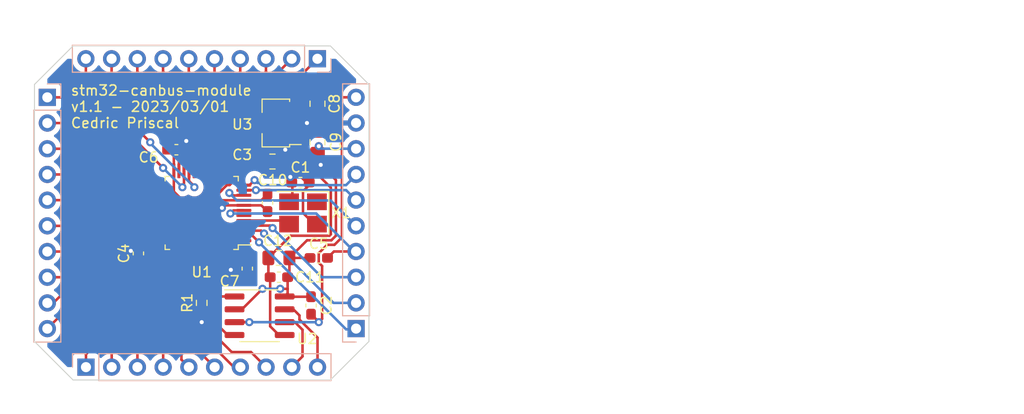
<source format=kicad_pcb>
(kicad_pcb (version 20211014) (generator pcbnew)
  (layers (0 "F.Cu" signal) (31 "B.Cu" signal) (34 "B.Paste" user) (35 "F.Paste" user) (36 "B.SilkS" user "B.Silkscreen") (37 "F.SilkS" user "F.Silkscreen") (38 "B.Mask" user) (39 "F.Mask" user) (44 "Edge.Cuts" user))
  (net 0 "")
  (net 1 "GND")
  (net 2 "3V3")
  (net 3 "~{RESET}")
  (net 4 "5V")
  (net 5 "PA3")
  (net 6 "PA4")
  (net 7 "PA5")
  (net 8 "PA6")
  (net 9 "PA7")
  (net 10 "PB0")
  (net 11 "PB1")
  (net 12 "PB2")
  (net 13 "PB10")
  (net 14 "PB11")
  (net 15 "PB12")
  (net 16 "PB13")
  (net 17 "PB14")
  (net 18 "PB15")
  (net 19 "PA8")
  (net 20 "PA9")
  (net 21 "PA10")
  (net 22 "PA11")
  (net 23 "PA12")
  (net 24 "SWDIO")
  (net 25 "SWCLK")
  (net 26 "PA15")
  (net 27 "PB3")
  (net 28 "PB4")
  (net 29 "PB5")
  (net 30 "PB6")
  (net 31 "PB7")
  (net 32 "BOOT0")
  (net 33 "PC13")
  (net 34 "PC14")
  (net 35 "PC15")
  (net 36 "PA0")
  (net 37 "PA1")
  (net 38 "PA2")
  (net 41 "CANH")
  (net 42 "CANL")
  (net 43 "8MHZ")
  (net 44 "CAN_RX")
  (net 45 "CAN_TX")
  (footprint "Package_TO_SOT_SMD:SOT-89-3" (layer "F.Cu") (at 152.09 88.415 180)
    (fp_text reference "U3" (at 3.62 -0.14) (layer "F.SilkS"))
    (fp_text value "AP7384-33Y")
    (pad "1" smd rect (at -1.65 -1.5 180) (size 1.3 0.9) (layers "F.Cu" "F.Paste" "F.Mask") (net 2 "3V3"))
    (pad "2" smd custom (at -1.5625 0 180) (size 1.475 0.9) (layers "F.Cu" "F.Paste" "F.Mask") (net 1 "GND") (options (clearance outline) (anchor rect)) (primitives (gr_poly (pts (xy 3.8625 0.8665) (xy 0.7375 0.8665) (xy 0.7375 -0.8665) (xy 3.8625 -0.8665)) (width 0) (fill yes))))
    (pad "3" smd rect (at -1.65 1.5 180) (size 1.3 0.9) (layers "F.Cu" "F.Paste" "F.Mask") (net 4 "5V"))
  )
  (footprint "Capacitor_SMD:C_0805_2012Metric_Pad1.18x1.45mm_HandSolder" (layer "F.Cu") (at 151.455 92.225)
    (fp_text reference "C3" (at -2.985 -0.67) (layer "F.SilkS"))
    (fp_text value "4.7uF")
    (pad "1" smd roundrect (at -1.0375 0) (size 1.175 1.45) (layers "F.Cu" "F.Paste" "F.Mask") (roundrect_rratio 0.212766) (net 2 "3V3"))
    (pad "2" smd roundrect (at 1.0375 0) (size 1.175 1.45) (layers "F.Cu" "F.Paste" "F.Mask") (roundrect_rratio 0.212766) (net 1 "GND"))
  )
  (footprint "Resistor_SMD:R_0603_1608Metric_Pad0.98x0.95mm_HandSolder" (layer "F.Cu") (at 144.47 106.195 90)
    (fp_text reference "R1" (at 0 -1.43 90) (layer "F.SilkS"))
    (fp_text value "10k")
    (pad "1" smd roundrect (at -0.9125 0 90) (size 0.975 0.95) (layers "F.Cu" "F.Paste" "F.Mask") (net 1 "GND"))
    (pad "2" smd roundrect (at 0.9125 0 90) (size 0.975 0.95) (layers "F.Cu" "F.Paste" "F.Mask") (net 32 "BOOT0"))
  )
  (footprint "Oscillator:Oscillator_SMD_Abracon_ASE-4Pin_3.2x2.5mm_HandSoldering" (layer "F.Cu") (at 154.47 97.305 180)
    (fp_text reference "X1" (at -3.75 0 180) (layer "F.SilkS"))
    (fp_text value "ASE-8.000MHZ-LC-T")
    (pad "1" smd rect (at -1.375 1.1 180) (size 1.95 1.65) (layers "F.Cu" "F.Paste" "F.Mask"))
    (pad "2" smd rect (at 1.375 1.1 180) (size 1.95 1.65) (layers "F.Cu" "F.Paste" "F.Mask") (net 1 "GND"))
    (pad "3" smd rect (at 1.375 -1.1 180) (size 1.95 1.65) (layers "F.Cu" "F.Paste" "F.Mask") (net 43 "8MHZ"))
    (pad "4" smd rect (at -1.375 -1.1 180) (size 1.95 1.65) (layers "F.Cu" "F.Paste" "F.Mask") (net 2 "3V3"))
  )
  (footprint "Capacitor_SMD:C_0603_1608Metric_Pad1.08x0.95mm_HandSolder" (layer "F.Cu") (at 155.265 106.449 90)
    (fp_text reference "C2" (at 0 1.524 90) (layer "F.SilkS"))
    (fp_text value "100nF")
    (pad "1" smd roundrect (at -0.8625 0 90) (size 1.075 0.95) (layers "F.Cu" "F.Paste" "F.Mask") (net 4 "5V"))
    (pad "2" smd roundrect (at 0.8625 0 90) (size 1.075 0.95) (layers "F.Cu" "F.Paste" "F.Mask") (net 1 "GND"))
  )
  (footprint "Capacitor_SMD:C_0805_2012Metric_Pad1.18x1.45mm_HandSolder" (layer "F.Cu") (at 152.09 101.75)
    (fp_text reference "C12" (at -0.12 -1.695) (layer "F.SilkS"))
    (fp_text value "22uF")
    (pad "1" smd roundrect (at -1.0375 0) (size 1.175 1.45) (layers "F.Cu" "F.Paste" "F.Mask") (roundrect_rratio 0.212766) (net 2 "3V3"))
    (pad "2" smd roundrect (at 1.0375 0) (size 1.175 1.45) (layers "F.Cu" "F.Paste" "F.Mask") (roundrect_rratio 0.212766) (net 1 "GND"))
  )
  (footprint "Capacitor_SMD:C_0603_1608Metric_Pad1.08x0.95mm_HandSolder" (layer "F.Cu") (at 154.22 94.305 180)
    (fp_text reference "C1" (at 0 1.5) (layer "F.SilkS"))
    (fp_text value "10nF")
    (pad "1" smd roundrect (at -0.8625 0 180) (size 1.075 0.95) (layers "F.Cu" "F.Paste" "F.Mask") (net 2 "3V3"))
    (pad "2" smd roundrect (at 0.8625 0 180) (size 1.075 0.95) (layers "F.Cu" "F.Paste" "F.Mask") (net 1 "GND"))
  )
  (footprint "Capacitor_SMD:C_0603_1608Metric_Pad1.08x0.95mm_HandSolder" (layer "F.Cu") (at 148.97 102.805 -90)
    (fp_text reference "C7" (at 1.25 1.75 180) (layer "F.SilkS"))
    (fp_text value "100nF")
    (pad "1" smd roundrect (at -0.8625 0 270) (size 1.075 0.95) (layers "F.Cu" "F.Paste" "F.Mask") (net 2 "3V3"))
    (pad "2" smd roundrect (at 0.8625 0 270) (size 1.075 0.95) (layers "F.Cu" "F.Paste" "F.Mask") (net 1 "GND"))
  )
  (footprint "Capacitor_SMD:C_0805_2012Metric_Pad1.18x1.45mm_HandSolder" (layer "F.Cu") (at 155.9 90.32 90)
    (fp_text reference "C9" (at 0.015 1.82 90) (layer "F.SilkS"))
    (fp_text value "1uF")
    (pad "1" smd roundrect (at -1.0375 0 90) (size 1.175 1.45) (layers "F.Cu" "F.Paste" "F.Mask") (roundrect_rratio 0.212766) (net 2 "3V3"))
    (pad "2" smd roundrect (at 1.0375 0 90) (size 1.175 1.45) (layers "F.Cu" "F.Paste" "F.Mask") (roundrect_rratio 0.212766) (net 1 "GND"))
  )
  (footprint "Capacitor_SMD:C_0603_1608Metric_Pad1.08x0.95mm_HandSolder" (layer "F.Cu") (at 156.027 101.75 180)
    (fp_text reference "C5" (at 0 1.397 180) (layer "F.SilkS"))
    (fp_text value "100nF")
    (pad "1" smd roundrect (at -0.8625 0 180) (size 1.075 0.95) (layers "F.Cu" "F.Paste" "F.Mask") (net 3 "~{RESET}"))
    (pad "2" smd roundrect (at 0.8625 0 180) (size 1.075 0.95) (layers "F.Cu" "F.Paste" "F.Mask") (net 1 "GND"))
  )
  (footprint "Capacitor_SMD:C_0603_1608Metric_Pad1.08x0.95mm_HandSolder" (layer "F.Cu") (at 141.97 91.055)
    (fp_text reference "C6" (at -2.75 0.75) (layer "F.SilkS"))
    (fp_text value "100nF")
    (pad "1" smd roundrect (at -0.8625 0) (size 1.075 0.95) (layers "F.Cu" "F.Paste" "F.Mask") (net 2 "3V3"))
    (pad "2" smd roundrect (at 0.8625 0) (size 1.075 0.95) (layers "F.Cu" "F.Paste" "F.Mask") (net 1 "GND"))
  )
  (footprint "Package_QFP:LQFP-48_7x7mm_P0.5mm" (layer "F.Cu") (at 144.47 97.305 180)
    (fp_text reference "U1" (at 0 -5.85) (layer "F.SilkS"))
    (fp_text value "STM32L431CCTx")
    (pad "1" smd roundrect (at -4.1625 -2.75 180) (size 1.475 0.3) (layers "F.Cu" "F.Paste" "F.Mask") (net 2 "3V3"))
    (pad "2" smd roundrect (at -4.1625 -2.25 180) (size 1.475 0.3) (layers "F.Cu" "F.Paste" "F.Mask") (net 33 "PC13"))
    (pad "3" smd roundrect (at -4.1625 -1.75 180) (size 1.475 0.3) (layers "F.Cu" "F.Paste" "F.Mask") (net 34 "PC14"))
    (pad "4" smd roundrect (at -4.1625 -1.25 180) (size 1.475 0.3) (layers "F.Cu" "F.Paste" "F.Mask") (net 35 "PC15"))
    (pad "5" smd roundrect (at -4.1625 -0.75 180) (size 1.475 0.3) (layers "F.Cu" "F.Paste" "F.Mask") (net 43 "8MHZ"))
    (pad "6" smd roundrect (at -4.1625 -0.25 180) (size 1.475 0.3) (layers "F.Cu" "F.Paste" "F.Mask"))
    (pad "7" smd roundrect (at -4.1625 0.25 180) (size 1.475 0.3) (layers "F.Cu" "F.Paste" "F.Mask") (net 3 "~{RESET}"))
    (pad "8" smd roundrect (at -4.1625 0.75 180) (size 1.475 0.3) (layers "F.Cu" "F.Paste" "F.Mask") (net 1 "GND"))
    (pad "9" smd roundrect (at -4.1625 1.25 180) (size 1.475 0.3) (layers "F.Cu" "F.Paste" "F.Mask") (net 2 "3V3"))
    (pad "10" smd roundrect (at -4.1625 1.75 180) (size 1.475 0.3) (layers "F.Cu" "F.Paste" "F.Mask") (net 36 "PA0"))
    (pad "11" smd roundrect (at -4.1625 2.25 180) (size 1.475 0.3) (layers "F.Cu" "F.Paste" "F.Mask") (net 37 "PA1"))
    (pad "12" smd roundrect (at -4.1625 2.75 180) (size 1.475 0.3) (layers "F.Cu" "F.Paste" "F.Mask") (net 38 "PA2"))
    (pad "13" smd roundrect (at -2.75 4.1625 180) (size 0.3 1.475) (layers "F.Cu" "F.Paste" "F.Mask") (net 5 "PA3"))
    (pad "14" smd roundrect (at -2.25 4.1625 180) (size 0.3 1.475) (layers "F.Cu" "F.Paste" "F.Mask") (net 6 "PA4"))
    (pad "15" smd roundrect (at -1.75 4.1625 180) (size 0.3 1.475) (layers "F.Cu" "F.Paste" "F.Mask") (net 7 "PA5"))
    (pad "16" smd roundrect (at -1.25 4.1625 180) (size 0.3 1.475) (layers "F.Cu" "F.Paste" "F.Mask") (net 8 "PA6"))
    (pad "17" smd roundrect (at -0.75 4.1625 180) (size 0.3 1.475) (layers "F.Cu" "F.Paste" "F.Mask") (net 9 "PA7"))
    (pad "18" smd roundrect (at -0.25 4.1625 180) (size 0.3 1.475) (layers "F.Cu" "F.Paste" "F.Mask") (net 10 "PB0"))
    (pad "19" smd roundrect (at 0.25 4.1625 180) (size 0.3 1.475) (layers "F.Cu" "F.Paste" "F.Mask") (net 11 "PB1"))
    (pad "20" smd roundrect (at 0.75 4.1625 180) (size 0.3 1.475) (layers "F.Cu" "F.Paste" "F.Mask") (net 12 "PB2"))
    (pad "21" smd roundrect (at 1.25 4.1625 180) (size 0.3 1.475) (layers "F.Cu" "F.Paste" "F.Mask") (net 13 "PB10"))
    (pad "22" smd roundrect (at 1.75 4.1625 180) (size 0.3 1.475) (layers "F.Cu" "F.Paste" "F.Mask") (net 14 "PB11"))
    (pad "23" smd roundrect (at 2.25 4.1625 180) (size 0.3 1.475) (layers "F.Cu" "F.Paste" "F.Mask") (net 1 "GND"))
    (pad "24" smd roundrect (at 2.75 4.1625 180) (size 0.3 1.475) (layers "F.Cu" "F.Paste" "F.Mask") (net 2 "3V3"))
    (pad "25" smd roundrect (at 4.1625 2.75 180) (size 1.475 0.3) (layers "F.Cu" "F.Paste" "F.Mask") (net 15 "PB12"))
    (pad "26" smd roundrect (at 4.1625 2.25 180) (size 1.475 0.3) (layers "F.Cu" "F.Paste" "F.Mask") (net 16 "PB13"))
    (pad "27" smd roundrect (at 4.1625 1.75 180) (size 1.475 0.3) (layers "F.Cu" "F.Paste" "F.Mask") (net 17 "PB14"))
    (pad "28" smd roundrect (at 4.1625 1.25 180) (size 1.475 0.3) (layers "F.Cu" "F.Paste" "F.Mask") (net 18 "PB15"))
    (pad "29" smd roundrect (at 4.1625 0.75 180) (size 1.475 0.3) (layers "F.Cu" "F.Paste" "F.Mask") (net 19 "PA8"))
    (pad "30" smd roundrect (at 4.1625 0.25 180) (size 1.475 0.3) (layers "F.Cu" "F.Paste" "F.Mask") (net 20 "PA9"))
    (pad "31" smd roundrect (at 4.1625 -0.25 180) (size 1.475 0.3) (layers "F.Cu" "F.Paste" "F.Mask") (net 21 "PA10"))
    (pad "32" smd roundrect (at 4.1625 -0.75 180) (size 1.475 0.3) (layers "F.Cu" "F.Paste" "F.Mask") (net 22 "PA11"))
    (pad "33" smd roundrect (at 4.1625 -1.25 180) (size 1.475 0.3) (layers "F.Cu" "F.Paste" "F.Mask") (net 23 "PA12"))
    (pad "34" smd roundrect (at 4.1625 -1.75 180) (size 1.475 0.3) (layers "F.Cu" "F.Paste" "F.Mask") (net 24 "SWDIO"))
    (pad "35" smd roundrect (at 4.1625 -2.25 180) (size 1.475 0.3) (layers "F.Cu" "F.Paste" "F.Mask") (net 1 "GND"))
    (pad "36" smd roundrect (at 4.1625 -2.75 180) (size 1.475 0.3) (layers "F.Cu" "F.Paste" "F.Mask") (net 2 "3V3"))
    (pad "37" smd roundrect (at 2.75 -4.1625 180) (size 0.3 1.475) (layers "F.Cu" "F.Paste" "F.Mask") (net 25 "SWCLK"))
    (pad "38" smd roundrect (at 2.25 -4.1625 180) (size 0.3 1.475) (layers "F.Cu" "F.Paste" "F.Mask") (net 26 "PA15"))
    (pad "39" smd roundrect (at 1.75 -4.1625 180) (size 0.3 1.475) (layers "F.Cu" "F.Paste" "F.Mask") (net 27 "PB3"))
    (pad "40" smd roundrect (at 1.25 -4.1625 180) (size 0.3 1.475) (layers "F.Cu" "F.Paste" "F.Mask") (net 28 "PB4"))
    (pad "41" smd roundrect (at 0.75 -4.1625 180) (size 0.3 1.475) (layers "F.Cu" "F.Paste" "F.Mask") (net 29 "PB5"))
    (pad "42" smd roundrect (at 0.25 -4.1625 180) (size 0.3 1.475) (layers "F.Cu" "F.Paste" "F.Mask") (net 30 "PB6"))
    (pad "43" smd roundrect (at -0.25 -4.1625 180) (size 0.3 1.475) (layers "F.Cu" "F.Paste" "F.Mask") (net 31 "PB7"))
    (pad "44" smd roundrect (at -0.75 -4.1625 180) (size 0.3 1.475) (layers "F.Cu" "F.Paste" "F.Mask") (net 32 "BOOT0"))
    (pad "45" smd roundrect (at -1.25 -4.1625 180) (size 0.3 1.475) (layers "F.Cu" "F.Paste" "F.Mask") (net 44 "CAN_RX"))
    (pad "46" smd roundrect (at -1.75 -4.1625 180) (size 0.3 1.475) (layers "F.Cu" "F.Paste" "F.Mask") (net 45 "CAN_TX"))
    (pad "47" smd roundrect (at -2.25 -4.1625 180) (size 0.3 1.475) (layers "F.Cu" "F.Paste" "F.Mask") (net 1 "GND"))
    (pad "48" smd roundrect (at -2.75 -4.1625 180) (size 0.3 1.475) (layers "F.Cu" "F.Paste" "F.Mask") (net 2 "3V3"))
  )
  (footprint "Capacitor_SMD:C_0805_2012Metric_Pad1.18x1.45mm_HandSolder" (layer "F.Cu") (at 155.9 86.51 -90)
    (fp_text reference "C8" (at 0 -1.68 90) (layer "F.SilkS"))
    (fp_text value "1uF")
    (pad "1" smd roundrect (at -1.0375 0 270) (size 1.175 1.45) (layers "F.Cu" "F.Paste" "F.Mask") (roundrect_rratio 0.212766) (net 4 "5V"))
    (pad "2" smd roundrect (at 1.0375 0 270) (size 1.175 1.45) (layers "F.Cu" "F.Paste" "F.Mask") (roundrect_rratio 0.212766) (net 1 "GND"))
  )
  (footprint "Package_SO:SOIC-8_3.9x4.9mm_P1.27mm" (layer "F.Cu") (at 150.185 107.465)
    (fp_text reference "U2" (at 4.699 2.286) (layer "F.SilkS"))
    (fp_text value "TLE9251")
    (pad "1" smd roundrect (at -2.475 -1.905) (size 1.95 0.6) (layers "F.Cu" "F.Paste" "F.Mask") (net 45 "CAN_TX"))
    (pad "2" smd roundrect (at -2.475 -0.635) (size 1.95 0.6) (layers "F.Cu" "F.Paste" "F.Mask") (net 1 "GND"))
    (pad "3" smd roundrect (at -2.475 0.635) (size 1.95 0.6) (layers "F.Cu" "F.Paste" "F.Mask") (net 4 "5V"))
    (pad "4" smd roundrect (at -2.475 1.905) (size 1.95 0.6) (layers "F.Cu" "F.Paste" "F.Mask") (net 44 "CAN_RX"))
    (pad "5" smd roundrect (at 2.475 1.905) (size 1.95 0.6) (layers "F.Cu" "F.Paste" "F.Mask") (net 2 "3V3"))
    (pad "6" smd roundrect (at 2.475 0.635) (size 1.95 0.6) (layers "F.Cu" "F.Paste" "F.Mask") (net 42 "CANL"))
    (pad "7" smd roundrect (at 2.475 -0.635) (size 1.95 0.6) (layers "F.Cu" "F.Paste" "F.Mask") (net 41 "CANH"))
    (pad "8" smd roundrect (at 2.475 -1.905) (size 1.95 0.6) (layers "F.Cu" "F.Paste" "F.Mask") (net 1 "GND"))
  )
  (footprint "Capacitor_SMD:C_0603_1608Metric_Pad1.08x0.95mm_HandSolder" (layer "F.Cu") (at 138.22 101.305 90)
    (fp_text reference "C4" (at 0 -1.43 90) (layer "F.SilkS"))
    (fp_text value "100nF")
    (pad "1" smd roundrect (at -0.8625 0 90) (size 1.075 0.95) (layers "F.Cu" "F.Paste" "F.Mask") (net 2 "3V3"))
    (pad "2" smd roundrect (at 0.8625 0 90) (size 1.075 0.95) (layers "F.Cu" "F.Paste" "F.Mask") (net 1 "GND"))
  )
  (footprint "Capacitor_SMD:C_0603_1608Metric_Pad1.08x0.95mm_HandSolder" (layer "F.Cu") (at 150.97 96.305 -90)
    (fp_text reference "C10" (at -2.25 -0.5) (layer "F.SilkS"))
    (fp_text value "100nF")
    (pad "1" smd roundrect (at -0.8625 0 270) (size 1.075 0.95) (layers "F.Cu" "F.Paste" "F.Mask") (net 2 "3V3"))
    (pad "2" smd roundrect (at 0.8625 0 270) (size 1.075 0.95) (layers "F.Cu" "F.Paste" "F.Mask") (net 1 "GND"))
  )
  (footprint "Capacitor_SMD:C_0603_1608Metric_Pad1.08x0.95mm_HandSolder" (layer "F.Cu") (at 152.09 103.655)
    (fp_text reference "C11" (at 3.048 0) (layer "F.SilkS"))
    (fp_text value "100nF")
    (pad "1" smd roundrect (at -0.8625 0) (size 1.075 0.95) (layers "F.Cu" "F.Paste" "F.Mask") (net 2 "3V3"))
    (pad "2" smd roundrect (at 0.8625 0) (size 1.075 0.95) (layers "F.Cu" "F.Paste" "F.Mask") (net 1 "GND"))
  )
  (footprint "Connector_PinHeader_2.54mm:PinHeader_1x10_P2.54mm_Vertical" (layer "B.Cu") (at 133.045 112.545 -90)
    (fp_text reference "J7" hide)
    (fp_text value "Conn_01x10")
    (pad "1" thru_hole rect (at 0 0 270) (size 1.7 1.7) (drill 1) (layers *.Cu *.Mask) (net 25 "SWCLK"))
    (pad "2" thru_hole oval (at 0 -2.54 270) (size 1.7 1.7) (drill 1) (layers *.Cu *.Mask) (net 26 "PA15"))
    (pad "3" thru_hole oval (at 0 -5.08 270) (size 1.7 1.7) (drill 1) (layers *.Cu *.Mask) (net 27 "PB3"))
    (pad "4" thru_hole oval (at 0 -7.62 270) (size 1.7 1.7) (drill 1) (layers *.Cu *.Mask) (net 28 "PB4"))
    (pad "5" thru_hole oval (at 0 -10.16 270) (size 1.7 1.7) (drill 1) (layers *.Cu *.Mask) (net 29 "PB5"))
    (pad "6" thru_hole oval (at 0 -12.7 270) (size 1.7 1.7) (drill 1) (layers *.Cu *.Mask) (net 30 "PB6"))
    (pad "7" thru_hole oval (at 0 -15.24 270) (size 1.7 1.7) (drill 1) (layers *.Cu *.Mask) (net 31 "PB7"))
    (pad "8" thru_hole oval (at 0 -17.78 270) (size 1.7 1.7) (drill 1) (layers *.Cu *.Mask) (net 32 "BOOT0"))
    (pad "9" thru_hole oval (at 0 -20.32 270) (size 1.7 1.7) (drill 1) (layers *.Cu *.Mask) (net 42 "CANL"))
    (pad "10" thru_hole oval (at 0 -22.86 270) (size 1.7 1.7) (drill 1) (layers *.Cu *.Mask) (net 41 "CANH"))
  )
  (footprint "Connector_PinHeader_2.54mm:PinHeader_1x10_P2.54mm_Vertical" (layer "B.Cu") (at 159.71 108.735)
    (fp_text reference "J11" hide)
    (fp_text value "Conn_01x10")
    (pad "1" thru_hole rect (at 0 0) (size 1.7 1.7) (drill 1) (layers *.Cu *.Mask) (net 33 "PC13"))
    (pad "2" thru_hole oval (at 0 -2.54) (size 1.7 1.7) (drill 1) (layers *.Cu *.Mask) (net 34 "PC14"))
    (pad "3" thru_hole oval (at 0 -5.08) (size 1.7 1.7) (drill 1) (layers *.Cu *.Mask) (net 35 "PC15"))
    (pad "4" thru_hole oval (at 0 -7.62) (size 1.7 1.7) (drill 1) (layers *.Cu *.Mask) (net 3 "~{RESET}"))
    (pad "5" thru_hole oval (at 0 -10.16) (size 1.7 1.7) (drill 1) (layers *.Cu *.Mask) (net 36 "PA0"))
    (pad "6" thru_hole oval (at 0 -12.7) (size 1.7 1.7) (drill 1) (layers *.Cu *.Mask) (net 37 "PA1"))
    (pad "7" thru_hole oval (at 0 -15.24) (size 1.7 1.7) (drill 1) (layers *.Cu *.Mask) (net 38 "PA2"))
    (pad "8" thru_hole oval (at 0 -17.78) (size 1.7 1.7) (drill 1) (layers *.Cu *.Mask) (net 2 "3V3"))
    (pad "9" thru_hole oval (at 0 -20.32) (size 1.7 1.7) (drill 1) (layers *.Cu *.Mask) (net 1 "GND"))
    (pad "10" thru_hole oval (at 0 -22.86) (size 1.7 1.7) (drill 1) (layers *.Cu *.Mask) (net 4 "5V"))
  )
  (footprint "Connector_PinHeader_2.54mm:PinHeader_1x10_P2.54mm_Vertical" (layer "B.Cu") (at 129.23 85.88 180)
    (fp_text reference "J6" hide)
    (fp_text value "Conn_01x10")
    (pad "1" thru_hole rect (at 0 0 180) (size 1.7 1.7) (drill 1) (layers *.Cu *.Mask) (net 15 "PB12"))
    (pad "2" thru_hole oval (at 0 -2.54 180) (size 1.7 1.7) (drill 1) (layers *.Cu *.Mask) (net 16 "PB13"))
    (pad "3" thru_hole oval (at 0 -5.08 180) (size 1.7 1.7) (drill 1) (layers *.Cu *.Mask) (net 17 "PB14"))
    (pad "4" thru_hole oval (at 0 -7.62 180) (size 1.7 1.7) (drill 1) (layers *.Cu *.Mask) (net 18 "PB15"))
    (pad "5" thru_hole oval (at 0 -10.16 180) (size 1.7 1.7) (drill 1) (layers *.Cu *.Mask) (net 19 "PA8"))
    (pad "6" thru_hole oval (at 0 -12.7 180) (size 1.7 1.7) (drill 1) (layers *.Cu *.Mask) (net 20 "PA9"))
    (pad "7" thru_hole oval (at 0 -15.24 180) (size 1.7 1.7) (drill 1) (layers *.Cu *.Mask) (net 21 "PA10"))
    (pad "8" thru_hole oval (at 0 -17.78 180) (size 1.7 1.7) (drill 1) (layers *.Cu *.Mask) (net 22 "PA11"))
    (pad "9" thru_hole oval (at 0 -20.32 180) (size 1.7 1.7) (drill 1) (layers *.Cu *.Mask) (net 23 "PA12"))
    (pad "10" thru_hole oval (at 0 -22.86 180) (size 1.7 1.7) (drill 1) (layers *.Cu *.Mask) (net 24 "SWDIO"))
  )
  (footprint "Connector_PinHeader_2.54mm:PinHeader_1x10_P2.54mm_Vertical" (layer "B.Cu") (at 155.895 82.065 90)
    (fp_text reference "J5" hide)
    (fp_text value "Conn_01x10")
    (pad "1" thru_hole rect (at 0 0 90) (size 1.7 1.7) (drill 1) (layers *.Cu *.Mask) (net 5 "PA3"))
    (pad "2" thru_hole oval (at 0 -2.54 90) (size 1.7 1.7) (drill 1) (layers *.Cu *.Mask) (net 6 "PA4"))
    (pad "3" thru_hole oval (at 0 -5.08 90) (size 1.7 1.7) (drill 1) (layers *.Cu *.Mask) (net 7 "PA5"))
    (pad "4" thru_hole oval (at 0 -7.62 90) (size 1.7 1.7) (drill 1) (layers *.Cu *.Mask) (net 8 "PA6"))
    (pad "5" thru_hole oval (at 0 -10.16 90) (size 1.7 1.7) (drill 1) (layers *.Cu *.Mask) (net 9 "PA7"))
    (pad "6" thru_hole oval (at 0 -12.7 90) (size 1.7 1.7) (drill 1) (layers *.Cu *.Mask) (net 10 "PB0"))
    (pad "7" thru_hole oval (at 0 -15.24 90) (size 1.7 1.7) (drill 1) (layers *.Cu *.Mask) (net 11 "PB1"))
    (pad "8" thru_hole oval (at 0 -17.78 90) (size 1.7 1.7) (drill 1) (layers *.Cu *.Mask) (net 12 "PB2"))
    (pad "9" thru_hole oval (at 0 -20.32 90) (size 1.7 1.7) (drill 1) (layers *.Cu *.Mask) (net 13 "PB10"))
    (pad "10" thru_hole oval (at 0 -22.86 90) (size 1.7 1.7) (drill 1) (layers *.Cu *.Mask) (net 14 "PB11"))
  )
  (gr_line (start 127.96 110.005) (end 127.96 84.605) (layer "Edge.Cuts") (width 0.1))
  (gr_line (start 157.17 80.795) (end 160.98 84.605) (layer "Edge.Cuts") (width 0.1))
  (gr_line (start 131.77 113.815) (end 127.96 110.005) (layer "Edge.Cuts") (width 0.1))
  (gr_line (start 127.96 84.605) (end 131.77 80.795) (layer "Edge.Cuts") (width 0.1))
  (gr_line (start 160.98 110.005) (end 157.17 113.815) (layer "Edge.Cuts") (width 0.1))
  (gr_line (start 131.77 80.795) (end 157.17 80.795) (layer "Edge.Cuts") (width 0.1))
  (gr_line (start 157.17 113.815) (end 131.77 113.815) (layer "Edge.Cuts") (width 0.1))
  (gr_line (start 160.98 84.605) (end 160.98 110.005) (layer "Edge.Cuts") (width 0.1))
  (gr_text "stm32-canbus-module\nv1.1 - 2023/03/01\nCedric Priscal" (at 131.47 86.805) (layer "F.SilkS") (effects (font (size 1 1)) (justify left)))
  (segment (start 153.42 96.48) (end 153.419999 94.6175) (width 0.25) (layer "F.Cu") (net 1))
  (segment (start 138.22 100.4425) (end 138.0825 100.4425) (width 0.25) (layer "F.Cu") (net 1))
  (segment (start 153.1275 101.75) (end 154.39625 100.48125) (width 0.25) (layer "F.Cu") (net 1))
  (segment (start 148.97 103.6675) (end 148.0825 103.6675) (width 0.25) (layer "F.Cu") (net 1))
  (segment (start 139.1075 99.555) (end 138.22 100.4425) (width 0.25) (layer "F.Cu") (net 1))
  (segment (start 148.0825 103.6675) (end 147.345 102.93) (width 0.25) (layer "F.Cu") (net 1))
  (segment (start 146.72 102.305) (end 146.72 101.4675) (width 0.25) (layer "F.Cu") (net 1))
  (segment (start 153.22 93.74712) (end 153.22 94.4175) (width 0.25) (layer "F.Cu") (net 1))
  (segment (start 155.9 89.2825) (end 155.9 88.415) (width 0.25) (layer "F.Cu") (net 1))
  (segment (start 153.419999 94.6175) (end 153.3575 94.555) (width 0.25) (layer "F.Cu") (net 1))
  (segment (start 157.72 99.555) (end 157.72 94.055) (width 0.25) (layer "F.Cu") (net 1))
  (segment (start 154.39625 100.48125) (end 154.8725 100.005) (width 0.25) (layer "F.Cu") (net 1))
  (segment (start 138.0825 100.4425) (end 137.47 101.055) (width 0.25) (layer "F.Cu") (net 1))
  (segment (start 154.8725 100.005) (end 157.27 100.005) (width 0.25) (layer "F.Cu") (net 1))
  (segment (start 155.9 87.5475) (end 155.9 88.415) (width 0.25) (layer "F.Cu") (net 1))
  (segment (start 155.265 105.5865) (end 152.6865 105.5865) (width 0.25) (layer "F.Cu") (net 1))
  (segment (start 142.8325 90.3065) (end 142.946 90.193) (width 0.25) (layer "F.Cu") (net 1))
  (segment (start 152.6865 105.5865) (end 152.66 105.56) (width 0.25) (layer "F.Cu") (net 1))
  (segment (start 140.3075 99.555) (end 139.1075 99.555) (width 0.25) (layer "F.Cu") (net 1))
  (segment (start 148.445 106.83) (end 150.47 104.805) (width 0.25) (layer "F.Cu") (net 1))
  (segment (start 148.6325 96.555) (end 150.3575 96.555) (width 0.25) (layer "F.Cu") (net 1))
  (segment (start 146.47 96.805) (end 146.72 96.555) (width 0.25) (layer "F.Cu") (net 1))
  (segment (start 154.86 88.415) (end 153.6525 88.415) (width 0.25) (layer "F.Cu") (net 1))
  (segment (start 155.1645 101.75) (end 153.1275 101.75) (width 0.25) (layer "F.Cu") (net 1))
  (segment (start 153.1275 101.75) (end 153.1275 103.48) (width 0.25) (layer "F.Cu") (net 1))
  (segment (start 152.22 104.805) (end 152.935 104.805) (width 0.25) (layer "F.Cu") (net 1))
  (segment (start 147.71 106.83) (end 148.445 106.83) (width 0.25) (layer "F.Cu") (net 1))
  (segment (start 142.22 93.1425) (end 142.22 91.6675) (width 0.25) (layer "F.Cu") (net 1))
  (segment (start 153.1275 103.48) (end 152.9525 103.655) (width 0.25) (layer "F.Cu") (net 1))
  (segment (start 144.47 107.1075) (end 144.47 108.1) (width 0.25) (layer "F.Cu") (net 1))
  (segment (start 147.345 102.93) (end 146.72 102.305) (width 0.25) (layer "F.Cu") (net 1))
  (segment (start 152.9525 105.2675) (end 152.66 105.56) (width 0.25) (layer "F.Cu") (net 1))
  (segment (start 155.9 88.415) (end 154.86 88.415) (width 0.25) (layer "F.Cu") (net 1))
  (segment (start 153.22 94.4175) (end 153.3575 94.555) (width 0.25) (layer "F.Cu") (net 1))
  (segment (start 152.9525 104.8225) (end 152.9525 105.2675) (width 0.25) (layer "F.Cu") (net 1))
  (segment (start 150.3575 96.555) (end 150.97 97.1675) (width 0.25) (layer "F.Cu") (net 1))
  (segment (start 152.72 91.9975) (end 152.4925 92.225) (width 0.25) (layer "F.Cu") (net 1))
  (segment (start 152.72 91.055) (end 152.72 91.9975) (width 0.25) (layer "F.Cu") (net 1))
  (segment (start 152.9525 103.655) (end 152.9525 104.8225) (width 0.25) (layer "F.Cu") (net 1))
  (segment (start 152.935 104.805) (end 152.9525 104.8225) (width 0.25) (layer "F.Cu") (net 1))
  (segment (start 142.22 91.6675) (end 142.8325 91.055) (width 0.25) (layer "F.Cu") (net 1))
  (segment (start 146.72 96.555) (end 148.6325 96.555) (width 0.25) (layer "F.Cu") (net 1))
  (segment (start 142.8325 91.055) (end 142.8325 90.3065) (width 0.25) (layer "F.Cu") (net 1))
  (segment (start 157.27 100.005) (end 157.72 99.555) (width 0.25) (layer "F.Cu") (net 1))
  (segment (start 157.72 94.055) (end 156.22 92.555) (width 0.25) (layer "F.Cu") (net 1))
  (via (at 156.22 92.555) (size 0.8) (drill 0.4) (layers "F.Cu" "B.Cu") (net 1))
  (via (at 137.47 101.055) (size 0.8) (drill 0.4) (layers "F.Cu" "B.Cu") (net 1))
  (via (at 147.345 102.93) (size 0.8) (drill 0.4) (layers "F.Cu" "B.Cu") (net 1))
  (via (at 142.946 90.193) (size 0.8) (drill 0.4) (layers "F.Cu" "B.Cu") (net 1))
  (via (at 144.47 108.1) (size 0.8) (drill 0.4) (layers "F.Cu" "B.Cu") (net 1))
  (via (at 150.47 104.805) (size 0.8) (drill 0.4) (layers "F.Cu" "B.Cu") (net 1))
  (via (at 152.72 91.055) (size 0.8) (drill 0.4) (layers "F.Cu" "B.Cu") (net 1))
  (via (at 152.22 104.805) (size 0.8) (drill 0.4) (layers "F.Cu" "B.Cu") (net 1))
  (via (at 146.47 96.805) (size 0.8) (drill 0.4) (layers "F.Cu" "B.Cu") (net 1))
  (via (at 153.22 93.74712) (size 0.8) (drill 0.4) (layers "F.Cu" "B.Cu") (net 1))
  (via (at 154.86 88.415) (size 0.8) (drill 0.4) (layers "F.Cu" "B.Cu") (net 1))
  (segment (start 150.47 104.805) (end 152.22 104.805) (width 0.25) (layer "B.Cu") (net 1))
  (segment (start 140.3075 100.055) (end 142.72 100.055) (width 0.25) (layer "F.Cu") (net 2))
  (segment (start 144.944695 97.305) (end 144.47 97.305) (width 0.25) (layer "F.Cu") (net 2))
  (segment (start 157.22 94.805) (end 157.22 99.418604) (width 0.25) (layer "F.Cu") (net 2))
  (segment (start 144.47 97.055) (end 146.472178 95.052822) (width 0.25) (layer "F.Cu") (net 2))
  (segment (start 153.74 91.325) (end 157.22 94.805) (width 0.25) (layer "F.Cu") (net 2))
  (segment (start 142.72 100.055) (end 144.47 98.305) (width 0.25) (layer "F.Cu") (net 2))
  (segment (start 147.22 100.055) (end 144.47 97.305) (width 0.25) (layer "F.Cu") (net 2))
  (segment (start 154.47 97.305) (end 154.47 95.1675) (width 0.25) (layer "F.Cu") (net 2))
  (segment (start 144.47 97.305) (end 144.47 97.055) (width 0.25) (layer "F.Cu") (net 2))
  (segment (start 147.695 101.9425) (end 147.22 101.4675) (width 0.25) (layer "F.Cu") (net 2))
  (segment (start 148.6325 96.055) (end 146.194695 96.055) (width 0.25) (layer "F.Cu") (net 2))
  (segment (start 153.74 93.2125) (end 155.0825 94.555) (width 0.25) (layer "F.Cu") (net 2))
  (segment (start 148.6325 100.055) (end 147.22 100.055) (width 0.25) (layer "F.Cu") (net 2))
  (segment (start 151.0525 103.48) (end 151.2275 103.655) (width 0.25) (layer "F.Cu") (net 2))
  (segment (start 155.1825 91.3575) (end 155.9 91.3575) (width 0.25) (layer "F.Cu") (net 2))
  (segment (start 152.7275 89.915) (end 150.4175 92.225) (width 0.25) (layer "F.Cu") (net 2))
  (segment (start 155.295 98.13) (end 154.47 97.305) (width 0.25) (layer "F.Cu") (net 2))
  (segment (start 151.2275 108.5075) (end 151.2275 103.655) (width 0.25) (layer "F.Cu") (net 2))
  (segment (start 138.22 102.1675) (end 138.22 102.1425) (width 0.25) (layer "F.Cu") (net 2))
  (segment (start 147.22 101.4675) (end 147.22 100.055) (width 0.25) (layer "F.Cu") (net 2))
  (segment (start 141.72 95.19) (end 143.835 97.305) (width 0.25) (layer "F.Cu") (net 2))
  (segment (start 148.6325 96.055) (end 150.3575 96.055) (width 0.25) (layer "F.Cu") (net 2))
  (segment (start 154.47 95.1675) (end 155.0825 94.555) (width 0.25) (layer "F.Cu") (net 2))
  (segment (start 141.72 93.1425) (end 141.72 95.19) (width 0.25) (layer "F.Cu") (net 2))
  (segment (start 157.22 99.418604) (end 157.083604 99.555) (width 0.25) (layer "F.Cu") (net 2))
  (segment (start 151.0525 101.75) (end 151.0525 103.48) (width 0.25) (layer "F.Cu") (net 2))
  (segment (start 153.2475 99.555) (end 151.0525 101.75) (width 0.25) (layer "F.Cu") (net 2))
  (segment (start 149.55 92.225) (end 150.4175 92.225) (width 0.25) (layer "F.Cu") (net 2))
  (segment (start 146.472178 95.052822) (end 146.472178 95.030195) (width 0.25) (layer "F.Cu") (net 2))
  (segment (start 156.027 90.701) (end 156.027 91.2305) (width 0.25) (layer "F.Cu") (net 2))
  (segment (start 156.3025 90.955) (end 155.9 91.3575) (width 0.25) (layer "F.Cu") (net 2))
  (segment (start 153.74 89.915) (end 153.74 91.325) (width 0.25) (layer "F.Cu") (net 2))
  (segment (start 141.72 91.6675) (end 141.1075 91.055) (width 0.25) (layer "F.Cu") (net 2))
  (segment (start 146.194695 96.055) (end 144.944695 97.305) (width 0.25) (layer "F.Cu") (net 2))
  (segment (start 148.97 101.9425) (end 147.695 101.9425) (width 0.25) (layer "F.Cu") (net 2))
  (segment (start 152.09 109.37) (end 151.2275 108.5075) (width 0.25) (layer "F.Cu") (net 2))
  (segment (start 153.74 89.915) (end 152.7275 89.915) (width 0.25) (layer "F.Cu") (net 2))
  (segment (start 152.66 109.37) (end 152.09 109.37) (width 0.25) (layer "F.Cu") (net 2))
  (segment (start 144.47 98.305) (end 144.47 97.305) (width 0.25) (layer "F.Cu") (net 2))
  (segment (start 155.52 98.13) (end 155.295 98.13) (width 0.25) (layer "F.Cu") (net 2))
  (segment (start 146.472178 95.030195) (end 146.947373 94.555) (width 0.25) (layer "F.Cu") (net 2))
  (segment (start 153.74 89.915) (end 153.74 93.2125) (width 0.25) (layer "F.Cu") (net 2))
  (segment (start 150.3575 96.055) (end 150.97 95.4425) (width 0.25) (layer "F.Cu") (net 2))
  (segment (start 153.74 89.915) (end 155.1825 91.3575) (width 0.25) (layer "F.Cu") (net 2))
  (segment (start 141.72 93.1425) (end 141.72 91.6675) (width 0.25) (layer "F.Cu") (net 2))
  (segment (start 146.947373 94.555) (end 147.22 94.555) (width 0.25) (layer "F.Cu") (net 2))
  (segment (start 156.027 91.2305) (end 155.9 91.3575) (width 0.25) (layer "F.Cu") (net 2))
  (segment (start 157.083604 99.555) (end 153.2475 99.555) (width 0.25) (layer "F.Cu") (net 2))
  (segment (start 143.835 97.305) (end 144.47 97.305) (width 0.25) (layer "F.Cu") (net 2))
  (segment (start 147.22 94.555) (end 149.55 92.225) (width 0.25) (layer "F.Cu") (net 2))
  (segment (start 138.22 102.1425) (end 140.3075 100.055) (width 0.25) (layer "F.Cu") (net 2))
  (via (at 156.027 90.701) (size 0.8) (drill 0.4) (layers "F.Cu" "B.Cu") (net 2))
  (segment (start 156.281 90.955) (end 156.027 90.701) (width 0.25) (layer "B.Cu") (net 2))
  (segment (start 159.71 90.955) (end 156.281 90.955) (width 0.25) (layer "B.Cu") (net 2))
  (segment (start 147.606061 97.055) (end 147.301637 97.359424) (width 0.25) (layer "F.Cu") (net 3))
  (segment (start 157.5245 101.115) (end 156.8895 101.75) (width 0.25) (layer "F.Cu") (net 3))
  (segment (start 148.6325 97.055) (end 147.606061 97.055) (width 0.25) (layer "F.Cu") (net 3))
  (segment (start 159.71 101.115) (end 157.5245 101.115) (width 0.25) (layer "F.Cu") (net 3))
  (via (at 147.301637 97.359424) (size 0.8) (drill 0.4) (layers "F.Cu" "B.Cu") (net 3))
  (segment (start 155.774424 97.359424) (end 159.53 101.115) (width 0.25) (layer "B.Cu") (net 3))
  (segment (start 147.301637 97.359424) (end 155.774424 97.359424) (width 0.25) (layer "B.Cu") (net 3))
  (segment (start 159.53 101.115) (end 159.71 101.115) (width 0.25) (layer "B.Cu") (net 3))
  (segment (start 147.71 108.1) (end 149.169 108.1) (width 0.25) (layer "F.Cu") (net 4))
  (segment (start 156.851505 100.455) (end 157.575999 100.455) (width 0.25) (layer "F.Cu") (net 4))
  (segment (start 155.1825 85.4725) (end 153.74 86.915) (width 0.25) (layer "F.Cu") (net 4))
  (segment (start 156.027 108.0735) (end 155.265 107.3115) (width 0.25) (layer "F.Cu") (net 4))
  (segment (start 156.027 108.1) (end 156.356505 107.770495) (width 0.25) (layer "F.Cu") (net 4))
  (segment (start 156.027 108.1) (end 156.027 108.0735) (width 0.25) (layer "F.Cu") (net 4))
  (segment (start 158.313 85.875) (end 159.71 85.875) (width 0.25) (layer "F.Cu") (net 4))
  (segment (start 155.9 85.4725) (end 155.1825 85.4725) (width 0.25) (layer "F.Cu") (net 4))
  (segment (start 156.027 102.220495) (end 156.027 101.279505) (width 0.25) (layer "F.Cu") (net 4))
  (segment (start 157.575999 100.455) (end 158.313 99.717999) (width 0.25) (layer "F.Cu") (net 4))
  (segment (start 156.3025 85.875) (end 158.313 85.875) (width 0.25) (layer "F.Cu") (net 4))
  (segment (start 156.027 101.279505) (end 156.851505 100.455) (width 0.25) (layer "F.Cu") (net 4))
  (segment (start 158.313 99.717999) (end 158.313 85.875) (width 0.25) (layer "F.Cu") (net 4))
  (segment (start 155.9 85.4725) (end 156.3025 85.875) (width 0.25) (layer "F.Cu") (net 4))
  (segment (start 156.356505 107.770495) (end 156.356505 102.55) (width 0.25) (layer "F.Cu") (net 4))
  (segment (start 156.356505 102.55) (end 156.027 102.220495) (width 0.25) (layer "F.Cu") (net 4))
  (via (at 149.169 108.1) (size 0.8) (drill 0.4) (layers "F.Cu" "B.Cu") (net 4))
  (via (at 156.027 108.1) (size 0.8) (drill 0.4) (layers "F.Cu" "B.Cu") (net 4))
  (segment (start 149.169 108.1) (end 156.027 108.1) (width 0.25) (layer "B.Cu") (net 4))
  (segment (start 147.22 89.305) (end 152.555 83.97) (width 0.25) (layer "F.Cu") (net 5))
  (segment (start 152.555 83.97) (end 153.995 83.97) (width 0.25) (layer "F.Cu") (net 5))
  (segment (start 155.895 82.07) (end 155.895 82.065) (width 0.25) (layer "F.Cu") (net 5))
  (segment (start 147.22 93.1425) (end 147.22 89.305) (width 0.25) (layer "F.Cu") (net 5))
  (segment (start 153.995 83.97) (end 155.895 82.07) (width 0.25) (layer "F.Cu") (net 5))
  (segment (start 146.72 88.705) (end 153.355 82.07) (width 0.25) (layer "F.Cu") (net 6))
  (segment (start 146.72 93.1425) (end 146.72 88.705) (width 0.25) (layer "F.Cu") (net 6))
  (segment (start 153.355 82.07) (end 153.355 82.065) (width 0.25) (layer "F.Cu") (net 6))
  (segment (start 146.22 87.935) (end 150.82 83.335) (width 0.25) (layer "F.Cu") (net 7))
  (segment (start 146.22 93.1425) (end 146.22 87.935) (width 0.25) (layer "F.Cu") (net 7))
  (segment (start 150.815 83.33) (end 150.815 82.065) (width 0.25) (layer "F.Cu") (net 7))
  (segment (start 150.82 83.335) (end 150.815 83.33) (width 0.25) (layer "F.Cu") (net 7))
  (segment (start 145.72 85.895) (end 148.28 83.335) (width 0.25) (layer "F.Cu") (net 8))
  (segment (start 148.28 83.335) (end 148.275 83.33) (width 0.25) (layer "F.Cu") (net 8))
  (segment (start 145.72 93.1425) (end 145.72 85.895) (width 0.25) (layer "F.Cu") (net 8))
  (segment (start 148.275 83.33) (end 148.275 82.065) (width 0.25) (layer "F.Cu") (net 8))
  (segment (start 145.22 84.805) (end 145.735 84.29) (width 0.25) (layer "F.Cu") (net 9))
  (segment (start 145.22 93.1425) (end 145.22 84.805) (width 0.25) (layer "F.Cu") (net 9))
  (segment (start 145.735 84.29) (end 145.735 82.065) (width 0.25) (layer "F.Cu") (net 9))
  (segment (start 143.195 83.33) (end 143.195 82.065) (width 0.25) (layer "F.Cu") (net 10))
  (segment (start 144.72 84.855) (end 143.195 83.33) (width 0.25) (layer "F.Cu") (net 10))
  (segment (start 144.72 93.1425) (end 144.72 84.855) (width 0.25) (layer "F.Cu") (net 10))
  (segment (start 140.655 83.33) (end 140.655 82.065) (width 0.25) (layer "F.Cu") (net 11))
  (segment (start 144.22 86.895) (end 140.655 83.33) (width 0.25) (layer "F.Cu") (net 11))
  (segment (start 144.22 93.1425) (end 144.22 86.895) (width 0.25) (layer "F.Cu") (net 11))
  (segment (start 138.115 83.33) (end 138.115 82.065) (width 0.25) (layer "F.Cu") (net 12))
  (segment (start 143.72 93.1425) (end 143.72 88.935) (width 0.25) (layer "F.Cu") (net 12))
  (segment (start 143.72 88.935) (end 138.115 83.33) (width 0.25) (layer "F.Cu") (net 12))
  (segment (start 143.22 93.1425) (end 143.22 94.15) (width 0.25) (layer "F.Cu") (net 13))
  (segment (start 135.575 86.505) (end 135.575 82.065) (width 0.25) (layer "F.Cu") (net 13))
  (segment (start 139.39 90.32) (end 135.575 86.505) (width 0.25) (layer "F.Cu") (net 13))
  (segment (start 143.835 94.765) (end 143.7455 94.765) (width 0.25) (layer "F.Cu") (net 13))
  (segment (start 143.22 94.15) (end 143.835 94.765) (width 0.25) (layer "F.Cu") (net 13))
  (via (at 139.39 90.32) (size 0.8) (drill 0.4) (layers "F.Cu" "B.Cu") (net 13))
  (via (at 143.7455 94.765) (size 0.8) (drill 0.4) (layers "F.Cu" "B.Cu") (net 13))
  (segment (start 139.39 90.4095) (end 139.39 90.32) (width 0.25) (layer "B.Cu") (net 13))
  (segment (start 143.7455 94.765) (end 139.39 90.4095) (width 0.25) (layer "B.Cu") (net 13))
  (segment (start 133.035 85.235) (end 133.035 82.065) (width 0.25) (layer "F.Cu") (net 14))
  (segment (start 142.565 94.765) (end 142.72 94.61) (width 0.25) (layer "F.Cu") (net 14))
  (segment (start 142.72 94.61) (end 142.72 93.1425) (width 0.25) (layer "F.Cu") (net 14))
  (segment (start 140.66 92.86) (end 133.035 85.235) (width 0.25) (layer "F.Cu") (net 14))
  (via (at 142.565 94.765) (size 0.8) (drill 0.4) (layers "F.Cu" "B.Cu") (net 14))
  (via (at 140.66 92.86) (size 0.8) (drill 0.4) (layers "F.Cu" "B.Cu") (net 14))
  (segment (start 142.565 94.765) (end 140.66 92.86) (width 0.25) (layer "B.Cu") (net 14))
  (segment (start 140.3075 94.555) (end 139.815 94.555) (width 0.25) (layer "F.Cu") (net 15))
  (segment (start 131.14 85.88) (end 129.23 85.88) (width 0.25) (layer "F.Cu") (net 15))
  (segment (start 139.815 94.555) (end 131.14 85.88) (width 0.25) (layer "F.Cu") (net 15))
  (segment (start 140.3075 95.055) (end 137.775 95.055) (width 0.25) (layer "F.Cu") (net 16))
  (segment (start 131.13 88.42) (end 129.23 88.42) (width 0.25) (layer "F.Cu") (net 16))
  (segment (start 137.775 95.055) (end 131.135 88.415) (width 0.25) (layer "F.Cu") (net 16))
  (segment (start 131.135 88.415) (end 131.13 88.42) (width 0.25) (layer "F.Cu") (net 16))
  (segment (start 140.3075 95.555) (end 135.735 95.555) (width 0.25) (layer "F.Cu") (net 17))
  (segment (start 131.13 90.96) (end 129.23 90.96) (width 0.25) (layer "F.Cu") (net 17))
  (segment (start 131.135 90.955) (end 131.13 90.96) (width 0.25) (layer "F.Cu") (net 17))
  (segment (start 135.735 95.555) (end 131.135 90.955) (width 0.25) (layer "F.Cu") (net 17))
  (segment (start 140.3075 96.055) (end 133.695 96.055) (width 0.25) (layer "F.Cu") (net 18))
  (segment (start 133.695 96.055) (end 131.135 93.495) (width 0.25) (layer "F.Cu") (net 18))
  (segment (start 131.135 93.495) (end 131.13 93.5) (width 0.25) (layer "F.Cu") (net 18))
  (segment (start 131.13 93.5) (end 129.23 93.5) (width 0.25) (layer "F.Cu") (net 18))
  (segment (start 131.955 96.04) (end 129.23 96.04) (width 0.25) (layer "F.Cu") (net 19))
  (segment (start 140.3075 96.555) (end 132.47 96.555) (width 0.25) (layer "F.Cu") (net 19))
  (segment (start 132.47 96.555) (end 131.955 96.04) (width 0.25) (layer "F.Cu") (net 19))
  (segment (start 132.655 97.055) (end 131.13 98.58) (width 0.25) (layer "F.Cu") (net 20))
  (segment (start 131.13 98.58) (end 129.23 98.58) (width 0.25) (layer "F.Cu") (net 20))
  (segment (start 140.3075 97.055) (end 132.655 97.055) (width 0.25) (layer "F.Cu") (net 20))
  (segment (start 131.13 101.12) (end 129.23 101.12) (width 0.25) (layer "F.Cu") (net 21))
  (segment (start 134.695 97.555) (end 131.13 101.12) (width 0.25) (layer "F.Cu") (net 21))
  (segment (start 140.3075 97.555) (end 134.695 97.555) (width 0.25) (layer "F.Cu") (net 21))
  (segment (start 140.3075 98.055) (end 136.735 98.055) (width 0.25) (layer "F.Cu") (net 22))
  (segment (start 131.13 103.66) (end 129.23 103.66) (width 0.25) (layer "F.Cu") (net 22))
  (segment (start 136.735 98.055) (end 131.13 103.66) (width 0.25) (layer "F.Cu") (net 22))
  (segment (start 129.825 106.2) (end 129.23 106.2) (width 0.25) (layer "F.Cu") (net 23))
  (segment (start 140.3075 98.555) (end 137.47 98.555) (width 0.25) (layer "F.Cu") (net 23))
  (segment (start 137.47 98.555) (end 129.825 106.2) (width 0.25) (layer "F.Cu") (net 23))
  (segment (start 140.3075 99.055) (end 138.024505 99.055) (width 0.25) (layer "F.Cu") (net 24))
  (segment (start 130.97 107) (end 129.23 108.74) (width 0.25) (layer "F.Cu") (net 24))
  (segment (start 130.97 106.109505) (end 130.97 107) (width 0.25) (layer "F.Cu") (net 24))
  (segment (start 138.024505 99.055) (end 130.97 106.109505) (width 0.25) (layer "F.Cu") (net 24))
  (segment (start 133.045 111.28) (end 133.045 112.545) (width 0.25) (layer "F.Cu") (net 25))
  (segment (start 141.72 101.4675) (end 141.72 102.595) (width 0.25) (layer "F.Cu") (net 25))
  (segment (start 133.04 111.275) (end 133.045 111.28) (width 0.25) (layer "F.Cu") (net 25))
  (segment (start 141.72 102.595) (end 133.04 111.275) (width 0.25) (layer "F.Cu") (net 25))
  (segment (start 135.585 109.366396) (end 135.585 112.545) (width 0.25) (layer "F.Cu") (net 26))
  (segment (start 142.22 101.4675) (end 142.22 102.731396) (width 0.25) (layer "F.Cu") (net 26))
  (segment (start 142.22 102.731396) (end 135.585 109.366396) (width 0.25) (layer "F.Cu") (net 26))
  (segment (start 142.72 102.867792) (end 138.125 107.462792) (width 0.25) (layer "F.Cu") (net 27))
  (segment (start 142.72 101.4675) (end 142.72 102.867792) (width 0.25) (layer "F.Cu") (net 27))
  (segment (start 138.125 107.462792) (end 138.125 112.545) (width 0.25) (layer "F.Cu") (net 27))
  (segment (start 143.22 101.4675) (end 143.22 103.004188) (width 0.25) (layer "F.Cu") (net 28))
  (segment (start 143.22 103.004188) (end 140.665 105.559188) (width 0.25) (layer "F.Cu") (net 28))
  (segment (start 140.665 105.559188) (end 140.665 112.545) (width 0.25) (layer "F.Cu") (net 28))
  (segment (start 143.72 103.140584) (end 142.47 104.390584) (width 0.25) (layer "F.Cu") (net 29))
  (segment (start 142.47 104.390584) (end 142.47 111.81) (width 0.25) (layer "F.Cu") (net 29))
  (segment (start 142.47 111.81) (end 143.205 112.545) (width 0.25) (layer "F.Cu") (net 29))
  (segment (start 143.72 101.4675) (end 143.72 103.140584) (width 0.25) (layer "F.Cu") (net 29))
  (segment (start 142.97 109.77) (end 145.745 112.545) (width 0.25) (layer "F.Cu") (net 30))
  (segment (start 142.97 104.52698) (end 142.97 109.77) (width 0.25) (layer "F.Cu") (net 30))
  (segment (start 144.22 101.4675) (end 144.22 103.27698) (width 0.25) (layer "F.Cu") (net 30))
  (segment (start 144.22 103.27698) (end 142.97 104.52698) (width 0.25) (layer "F.Cu") (net 30))
  (segment (start 144.72 103.413376) (end 143.47 104.663376) (width 0.25) (layer "F.Cu") (net 31))
  (segment (start 143.47 108.3675) (end 147.6475 112.545) (width 0.25) (layer "F.Cu") (net 31))
  (segment (start 147.6475 112.545) (end 148.285 112.545) (width 0.25) (layer "F.Cu") (net 31))
  (segment (start 144.72 101.4675) (end 144.72 103.413376) (width 0.25) (layer "F.Cu") (net 31))
  (segment (start 143.47 104.663376) (end 143.47 108.3675) (width 0.25) (layer "F.Cu") (net 31))
  (segment (start 145.22 104.5325) (end 145.27 104.5825) (width 0.25) (layer "F.Cu") (net 32))
  (segment (start 147.431396 111.055) (end 149.335 111.055) (width 0.25) (layer "F.Cu") (net 32))
  (segment (start 145.27 104.5825) (end 145.27 108.893604) (width 0.25) (layer "F.Cu") (net 32))
  (segment (start 149.335 111.055) (end 150.825 112.545) (width 0.25) (layer "F.Cu") (net 32))
  (segment (start 145.22 104.5325) (end 144.47 105.2825) (width 0.25) (layer "F.Cu") (net 32))
  (segment (start 145.22 101.4675) (end 145.22 104.5325) (width 0.25) (layer "F.Cu") (net 32))
  (segment (start 145.27 108.893604) (end 147.431396 111.055) (width 0.25) (layer "F.Cu") (net 32))
  (segment (start 149.478673 99.555) (end 150.132735 100.209062) (width 0.25) (layer "F.Cu") (net 33))
  (segment (start 148.6325 99.555) (end 149.478673 99.555) (width 0.25) (layer "F.Cu") (net 33))
  (via (at 150.132735 100.209062) (size 0.8) (drill 0.4) (layers "F.Cu" "B.Cu") (net 33))
  (segment (start 150.132735 100.209062) (end 150.132735 100.217735) (width 0.25) (layer "B.Cu") (net 33))
  (segment (start 158.72 108.805) (end 159.64 108.805) (width 0.25) (layer "B.Cu") (net 33))
  (segment (start 150.132735 100.217735) (end 158.72 108.805) (width 0.25) (layer "B.Cu") (net 33))
  (segment (start 159.64 108.805) (end 159.71 108.735) (width 0.25) (layer "B.Cu") (net 33))
  (segment (start 150.340963 99.055) (end 150.625347 99.339384) (width 0.25) (layer "F.Cu") (net 34))
  (segment (start 148.6325 99.055) (end 150.340963 99.055) (width 0.25) (layer "F.Cu") (net 34))
  (via (at 150.625347 99.339384) (size 0.8) (drill 0.4) (layers "F.Cu" "B.Cu") (net 34))
  (segment (start 157.480963 106.195) (end 159.71 106.195) (width 0.25) (layer "B.Cu") (net 34))
  (segment (start 150.625347 99.339384) (end 157.480963 106.195) (width 0.25) (layer "B.Cu") (net 34))
  (segment (start 148.6325 98.555) (end 151.22 98.555) (width 0.25) (layer "F.Cu") (net 35))
  (segment (start 151.22 98.555) (end 151.47 98.805) (width 0.25) (layer "F.Cu") (net 35))
  (via (at 151.47 98.805) (size 0.8) (drill 0.4) (layers "F.Cu" "B.Cu") (net 35))
  (segment (start 151.47 98.805) (end 156.32 103.655) (width 0.25) (layer "B.Cu") (net 35))
  (segment (start 156.32 103.655) (end 159.71 103.655) (width 0.25) (layer "B.Cu") (net 35))
  (segment (start 147.4445 95.577822) (end 148.609678 95.577822) (width 0.25) (layer "F.Cu") (net 36))
  (segment (start 147.197178 95.3305) (end 147.4445 95.577822) (width 0.25) (layer "F.Cu") (net 36))
  (segment (start 148.609678 95.577822) (end 148.6325 95.555) (width 0.25) (layer "F.Cu") (net 36))
  (via (at 147.197178 95.3305) (size 0.8) (drill 0.4) (layers "F.Cu" "B.Cu") (net 36))
  (segment (start 157.207 96.072) (end 159.71 98.575) (width 0.25) (layer "B.Cu") (net 36))
  (segment (start 147.197178 95.3305) (end 147.938678 96.072) (width 0.25) (layer "B.Cu") (net 36))
  (segment (start 147.938678 96.072) (end 157.207 96.072) (width 0.25) (layer "B.Cu") (net 36))
  (segment (start 148.637563 95.049937) (end 148.6325 95.055) (width 0.25) (layer "F.Cu") (net 37))
  (segment (start 149.822829 95.049937) (end 148.637563 95.049937) (width 0.25) (layer "F.Cu") (net 37))
  (via (at 149.822829 95.049937) (size 0.8) (drill 0.4) (layers "F.Cu" "B.Cu") (net 37))
  (segment (start 149.827892 95.055) (end 158.73 95.055) (width 0.25) (layer "B.Cu") (net 37))
  (segment (start 149.822829 95.049937) (end 149.827892 95.055) (width 0.25) (layer "B.Cu") (net 37))
  (segment (start 158.73 95.055) (end 159.71 96.035) (width 0.25) (layer "B.Cu") (net 37))
  (segment (start 148.6325 94.555) (end 149.22 94.555) (width 0.25) (layer "F.Cu") (net 38))
  (segment (start 149.686156 94.059823) (end 149.190979 94.555) (width 0.25) (layer "F.Cu") (net 38))
  (segment (start 149.190979 94.555) (end 148.6325 94.555) (width 0.25) (layer "F.Cu") (net 38))
  (via (at 149.686156 94.059823) (size 0.8) (drill 0.4) (layers "F.Cu" "B.Cu") (net 38))
  (segment (start 150.353197 94.555) (end 158.72 94.555) (width 0.25) (layer "B.Cu") (net 38))
  (segment (start 150.123134 94.324937) (end 150.353197 94.555) (width 0.25) (layer "B.Cu") (net 38))
  (segment (start 158.72 94.555) (end 159.71 93.565) (width 0.25) (layer "B.Cu") (net 38))
  (segment (start 149.95127 94.324937) (end 150.123134 94.324937) (width 0.25) (layer "B.Cu") (net 38))
  (segment (start 149.686156 94.059823) (end 149.95127 94.324937) (width 0.25) (layer "B.Cu") (net 38))
  (segment (start 159.71 93.565) (end 159.71 93.495) (width 0.25) (layer "B.Cu") (net 38))
  (segment (start 153.515876 106.83) (end 154.122 107.436124) (width 0.25) (layer "F.Cu") (net 41))
  (segment (start 154.122 107.846) (end 155.905 109.629) (width 0.25) (layer "F.Cu") (net 41))
  (segment (start 152.66 106.83) (end 153.515876 106.83) (width 0.25) (layer "F.Cu") (net 41))
  (segment (start 154.122 107.436124) (end 154.122 107.846) (width 0.25) (layer "F.Cu") (net 41))
  (segment (start 155.905 109.629) (end 155.905 112.545) (width 0.25) (layer "F.Cu") (net 41))
  (segment (start 152.66 108.1) (end 153.670355 108.1) (width 0.25) (layer "F.Cu") (net 42))
  (segment (start 154.422678 108.852323) (end 154.422678 111.487322) (width 0.25) (layer "F.Cu") (net 42))
  (segment (start 154.422678 111.487322) (end 153.365 112.545) (width 0.25) (layer "F.Cu") (net 42))
  (segment (start 153.670355 108.1) (end 154.422678 108.852323) (width 0.25) (layer "F.Cu") (net 42))
  (segment (start 153.42 98.13) (end 153.345 98.055) (width 0.25) (layer "F.Cu") (net 43))
  (segment (start 153.345 98.055) (end 148.6325 98.055) (width 0.25) (layer "F.Cu") (net 43))
  (segment (start 147.03 109.37) (end 147.71 109.37) (width 0.25) (layer "F.Cu") (net 44))
  (segment (start 145.72 101.4675) (end 145.72 108.06) (width 0.25) (layer "F.Cu") (net 44))
  (segment (start 145.72 108.06) (end 147.03 109.37) (width 0.25) (layer "F.Cu") (net 44))
  (segment (start 146.375 105.56) (end 147.71 105.56) (width 0.25) (layer "F.Cu") (net 45))
  (segment (start 146.22 101.4675) (end 146.22 105.405) (width 0.25) (layer "F.Cu") (net 45))
  (segment (start 146.22 105.405) (end 146.375 105.56) (width 0.25) (layer "F.Cu") (net 45))
  (zone (net 2) (net_name "3V3") (layer "F.Cu") (connect_pads (clearance 0.508)) (min_thickness 0.254) (fill yes (thermal_gap 0.508) (thermal_bridge_width 0.508))
    (polygon (pts (xy 147.72 100.555) (xy 141.22 100.555) (xy 141.22 94.055) (xy 147.72 94.055)))
  )
  (zone (net 1) (net_name "GND") (layer "B.Cu") (connect_pads (clearance 0.508)) (min_thickness 0.254) (fill yes (thermal_gap 0.508) (thermal_bridge_width 0.508))
    (polygon (pts (xy 159.71 100.555) (xy 149.97 100.555) (xy 149.97 104.555) (xy 146.47 104.555) (xy 146.47 112.545) (xy 129.23 112.545) (xy 129.23 82.065) (xy 159.71 82.065)))
  )
)
</source>
